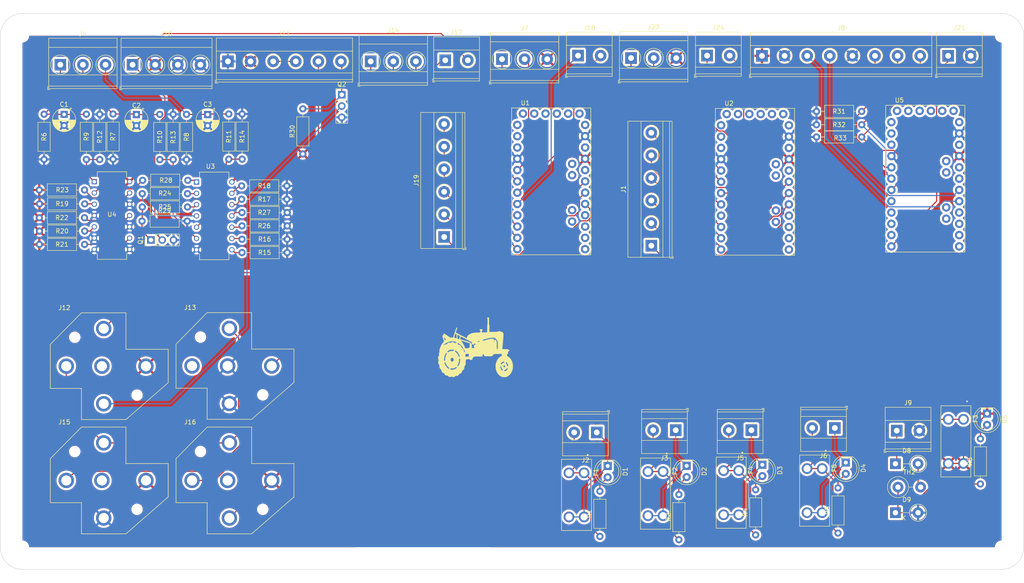
<source format=kicad_pcb>
(kicad_pcb (version 20221018) (generator pcbnew)
  (layers (0 "F.Cu" signal) (31 "B.Cu" signal) (34 "B.Paste" user) (35 "F.Paste" user) (36 "B.SilkS" user "B.Silkscreen") (37 "F.SilkS" user "F.Silkscreen") (38 "B.Mask" user) (39 "F.Mask" user) (44 "Edge.Cuts" user))
  (net 0 "")
  (net 1 "/Safety Circuit/Neutral")
  (net 2 "GND")
  (net 3 "/Safety Circuit/Brake")
  (net 4 "/Safety Circuit/Seat")
  (net 5 "Net-(D1-K)")
  (net 6 "Net-(D1-A)")
  (net 7 "Net-(D2-K)")
  (net 8 "Net-(D2-A)")
  (net 9 "Net-(D3-K)")
  (net 10 "Net-(D3-A)")
  (net 11 "Net-(D4-K)")
  (net 12 "Net-(D4-A)")
  (net 13 "+5V")
  (net 14 "Net-(D5-A)")
  (net 15 "Net-(D8-K)")
  (net 16 "Net-(D8-A)")
  (net 17 "Net-(D9-K)")
  (net 18 "Net-(J2-Pin_2)")
  (net 19 "Net-(J3-Pin_2)")
  (net 20 "Net-(J5-Pin_2)")
  (net 21 "Net-(J6-Pin_2)")
  (net 22 "Net-(J1-Pin_1)")
  (net 23 "Net-(J1-Pin_2)")
  (net 24 "Net-(J1-Pin_3)")
  (net 25 "Net-(J1-Pin_4)")
  (net 26 "Net-(J1-Pin_5)")
  (net 27 "Net-(J1-Pin_6)")
  (net 28 "Net-(J7-Pin_1)")
  (net 29 "Net-(J7-Pin_2)")
  (net 30 "Net-(J8-Pin_3)")
  (net 31 "Net-(J8-Pin_4)")
  (net 32 "Net-(J8-Pin_6)")
  (net 33 "Net-(J8-Pin_7)")
  (net 34 "Net-(J8-Pin_8)")
  (net 35 "Safety_Signal")
  (net 36 "+12V")
  (net 37 "Net-(J11-Pin_3)")
  (net 38 "Net-(J11-Pin_5)")
  (net 39 "/SafetyStart/Comp_Switch")
  (net 41 "Net-(Q2-D)")
  (net 42 "Net-(J12-Pad87)")
  (net 44 "Net-(J14-Pin_1)")
  (net 45 "Net-(J14-Pin_2)")
  (net 46 "Net-(J14-Pin_3)")
  (net 49 "Net-(J17-Pin_1)")
  (net 50 "Net-(J18-Pin_1)")
  (net 51 "Net-(J18-Pin_2)")
  (net 52 "Net-(J19-Pin_1)")
  (net 53 "Net-(J19-Pin_2)")
  (net 54 "Net-(J19-Pin_3)")
  (net 55 "Net-(J19-Pin_4)")
  (net 56 "Net-(J19-Pin_5)")
  (net 57 "Net-(J19-Pin_6)")
  (net 58 "Net-(J21-Pin_1)")
  (net 59 "Net-(J23-Pin_1)")
  (net 60 "Net-(J23-Pin_2)")
  (net 61 "Net-(J24-Pin_1)")
  (net 62 "Net-(J24-Pin_2)")
  (net 63 "Net-(Q1-G)")
  (net 64 "/Safety Circuit/Neutral_Output")
  (net 65 "/Safety Circuit/Brake_Output")
  (net 66 "/Safety Circuit/Seat_Output")
  (net 67 "Net-(U3-E)")
  (net 68 "Net-(U3-F)")
  (net 69 "Net-(U3-G)")
  (net 70 "Net-(U3-H)")
  (net 71 "Net-(U4-B)")
  (net 72 "Net-(U4-C)")
  (net 73 "Net-(U4-D)")
  (net 74 "Net-(U4-E)")
  (net 75 "Net-(U4-F)")
  (net 76 "Net-(U3-K=C.D)")
  (net 77 "Net-(U3-B)")
  (net 78 "Net-(U3-J=A.B)")
  (net 79 "Net-(U3-L=E.F)")
  (net 80 "Net-(U3-M=G.M)")
  (net 81 "Net-(U4-~{A})")
  (net 82 "/Safety Circuit/Neutral_Inverted")
  (net 98 "Net-(U1-GND-PadJP1_5)")
  (net 118 "Net-(U2-GND-PadJP1_5)")
  (net 142 "Net-(U5-GND-PadJP1_5)")
  (footprint "TerminalBlock_Phoenix:TerminalBlock_Phoenix_MKDS-3-3-5.08_1x03_P5.08mm_Horizontal" (layer "F.Cu") (at 36 29)
    (fp_text reference "J4")
    (fp_text value "Conn_01x03_Male")
  )
  (footprint "3568 (Fuse Holder):FUSE_3568" (layer "F.Cu") (at 205.5 124.7875 -90)
    (fp_text reference "F5")
    (fp_text value "3568")
  )
  (footprint "TerminalBlock_Phoenix:TerminalBlock_Phoenix_MKDS-1,5-2-5.08_1x02_P5.08mm_Horizontal" (layer "F.Cu") (at 174.295 111.195 180)
    (fp_text reference "J3")
    (fp_text value "Conn_01x02_Male")
  )
  (footprint "TerminalBlock_Phoenix:TerminalBlock_Phoenix_MKDS-1,5-2-5.08_1x02_P5.08mm_Horizontal" (layer "F.Cu") (at 122.5 28)
    (fp_text reference "J17")
    (fp_text value "Conn_01x02_Male")
  )
  (footprint "MountingHole:MountingHole_2.5mm" (layer "F.Cu") (at 247.5 137.5 -90)
    (fp_text reference "REF**")
    (fp_text value "MountingHole_2.5mm")
  )
  (footprint "VCF4-1000 (Relay Socket):TE_VCF4-1000" (layer "F.Cu") (at 45.75 122.5)
    (fp_text reference "J15")
    (fp_text value "VCF4-1000")
  )
  (footprint "Resistor_THT:R_Axial_DIN0207_L6.3mm_D2.5mm_P10.16mm_Horizontal" (layer "F.Cu") (at 64.36 40.17 -90)
    (fp_text reference "R8")
    (fp_text value "1k")
  )
  (footprint "Resistor_THT:R_Axial_DIN0207_L6.3mm_D2.5mm_P10.16mm_Horizontal" (layer "F.Cu") (at 76.83 68.25)
    (fp_text reference "R16")
    (fp_text value "10k")
  )
  (footprint "MountingHole:MountingHole_2.5mm" (layer "F.Cu") (at 247.5 22.5 -90)
    (fp_text reference "REF**")
    (fp_text value "MountingHole_2.5mm")
  )
  (footprint "Resistor_THT:R_Axial_DIN0207_L6.3mm_D2.5mm_P10.16mm_Horizontal" (layer "F.Cu") (at 31.28 63.42)
    (fp_text reference "R22")
    (fp_text value "1k")
  )
  (footprint "TerminalBlock_Phoenix:TerminalBlock_Phoenix_MKDS-1,5-2-5.08_1x02_P5.08mm_Horizontal" (layer "F.Cu") (at 181.335 26.95)
    (fp_text reference "J24")
    (fp_text value "Conn_01x02_Pin")
  )
  (footprint "Resistor_THT:R_Axial_DIN0207_L6.3mm_D2.5mm_P10.16mm_Horizontal" (layer "F.Cu") (at 54.36 64.17)
    (fp_text reference "R29")
    (fp_text value "100k")
  )
  (footprint "TerminalBlock_Phoenix:TerminalBlock_Phoenix_MKDS-1,5-2-5.08_1x02_P5.08mm_Horizontal" (layer "F.Cu") (at 235.5 27)
    (fp_text reference "J21")
    (fp_text value "Conn_01x02_Male")
  )
  (footprint "TerminalBlock_Phoenix:TerminalBlock_Phoenix_MKDS-3-4-5.08_1x04_P5.08mm_Horizontal" (layer "F.Cu") (at 52.25 29)
    (fp_text reference "J10")
    (fp_text value "Conn_01x04_Male")
  )
  (footprint "VCF4-1000 (Relay Socket):TE_VCF4-1000" (layer "F.Cu") (at 74 122.5)
    (fp_text reference "J16")
    (fp_text value "VCF4-1000")
  )
  (footprint "Resistor_THT:R_Axial_DIN0207_L6.3mm_D2.5mm_P10.16mm_Horizontal" (layer "F.Cu") (at 54.5 55)
    (fp_text reference "R28")
    (fp_text value "1k")
  )
  (footprint "MountingHole:MountingHole_2.5mm" (layer "F.Cu") (at 27.5 22.5 -90)
    (fp_text reference "REF**")
    (fp_text value "MountingHole_2.5mm")
  )
  (footprint "TerminalBlock_Phoenix:TerminalBlock_Phoenix_MKDS-1,5-2-5.08_1x02_P5.08mm_Horizontal" (layer "F.Cu") (at 156.545 111.695 180)
    (fp_text reference "J2")
    (fp_text value "Conn_01x02_Male")
  )
  (footprint "Tractor Graphic:Tractor" (layer "F.Cu") (at 130 92.5)
    (fp_text reference "G***" hide)
    (fp_text value "LOGO" hide)
  )
  (footprint "TerminalBlock_Phoenix:TerminalBlock_Phoenix_MKDS-1,5-6-5.08_1x06_P5.08mm_Horizontal" (layer "F.Cu") (at 122.25 67.74 90)
    (fp_text reference "J19")
    (fp_text value "Conn_01x06_Pin")
  )
  (footprint "Capacitor_THT:CP_Radial_D5.0mm_P2.50mm" (layer "F.Cu") (at 36.86 40.17 -90)
    (fp_text reference "C1")
    (fp_text value "0.1µF")
  )
  (footprint "3568 (Fuse Holder):FUSE_3568" (layer "F.Cu") (at 152 125.75 -90)
    (fp_text reference "F1")
    (fp_text value "3568")
  )
  (footprint "3568 (Fuse Holder):FUSE_3568" (layer "F.Cu") (at 169.75 125.4625 -90)
    (fp_text reference "F2")
    (fp_text value "3568")
  )
  (footprint "TerminalBlock_Phoenix:TerminalBlock_Phoenix_MKDS-1,5-6-5.08_1x06_P5.08mm_Horizontal" (layer "F.Cu") (at 168.805 69.7 90)
    (fp_text reference "J1")
    (fp_text value "Conn_01x06_Pin")
  )
  (footprint "TerminalBlock_Phoenix:TerminalBlock_Phoenix_MKDS-1,5-8-5.08_1x08_P5.08mm_Horizontal" (layer "F.Cu") (at 193.67 27)
    (fp_text reference "J8")
    (fp_text value "Conn_01x08_Male")
  )
  (footprint "ARDUINO_PRO_MINI:MODULE_ARDUINO_PRO_MINI" (layer "F.Cu") (at 230.37 54.62)
    (fp_text reference "U5")
    (fp_text value "ARDUINO_PRO_MINI")
  )
  (footprint "Resistor_THT:R_Axial_DIN0207_L6.3mm_D2.5mm_P10.16mm_Horizontal" (layer "F.Cu") (at 61.36 50.32 90)
    (fp_text reference "R13")
    (fp_text value "10k")
  )
  (footprint "Resistor_THT:R_Axial_DIN0207_L6.3mm_D2.5mm_P10.16mm_Horizontal" (layer "F.Cu") (at 76.83 71.25)
    (fp_text reference "R15")
    (fp_text value "10k")
  )
  (footprint "Resistor_THT:R_Axial_DIN0207_L6.3mm_D2.5mm_P10.16mm_Horizontal" (layer "F.Cu") (at 47.86 40.09 -90)
    (fp_text reference "R7")
    (fp_text value "1k")
  )
  (footprint "TerminalBlock_Phoenix:TerminalBlock_Phoenix_MKDS-1,5-2-5.08_1x02_P5.08mm_Horizontal" (layer "F.Cu") (at 210.045 110.695 180)
    (fp_text reference "J6")
    (fp_text value "Conn_01x02_Male")
  )
  (footprint "Resistor_THT:R_Axial_DIN0207_L6.3mm_D2.5mm_P10.16mm_Horizontal" (layer "F.Cu") (at 157.25 135.08 90)
    (fp_text reference "R1")
    (fp_text value "1k")
  )
  (footprint "Resistor_THT:R_Axial_DIN0207_L6.3mm_D2.5mm_P10.16mm_Horizontal" (layer "F.Cu") (at 41.44 57.17 180)
    (fp_text reference "R23")
    (fp_text value "1k")
  )
  (footprint "Resistor_THT:R_Axial_DIN0207_L6.3mm_D2.5mm_P10.16mm_Horizontal" (layer "F.Cu") (at 86.99 62.25 180)
    (fp_text reference "R27")
    (fp_text value "10k")
  )
  (footprint "Resistor_THT:R_Axial_DIN0207_L6.3mm_D2.5mm_P10.16mm_Horizontal" (layer "F.Cu") (at 192.25 134.75 90)
    (fp_text reference "R4")
    (fp_text value "1k")
  )
  (footprint "3568 (Fuse Holder):FUSE_3568" (layer "F.Cu") (at 237.25 113.7125 -90)
    (fp_text reference "F3")
    (fp_text value "3568")
  )
  (footprint "Resistor_THT:R_Axial_DIN0414_L11.9mm_D4.5mm_P5.08mm_Vertical" (layer "F.Cu") (at 224.235 124)
    (fp_text reference "TH2")
    (fp_text value "Thermistor")
  )
  (footprint "Resistor_THT:R_Axial_DIN0207_L6.3mm_D2.5mm_P10.16mm_Horizontal" (layer "F.Cu") (at 41.49 60.3 180)
    (fp_text reference "R19")
    (fp_text value "1k")
  )
  (footprint "CD4081BE (AND):DIP794W45P254L1969H508Q14" (layer "F.Cu") (at 70.58 63)
    (fp_text reference "U3")
    (fp_text value "CD4081BE")
  )
  (footprint "Resistor_THT:R_Axial_DIN0207_L6.3mm_D2.5mm_P10.16mm_Horizontal" (layer "F.Cu") (at 41.86 50.294888 90)
    (fp_text reference "R9")
    (fp_text value "1k")
  )
  (footprint "ARDUINO_PRO_MINI:MODULE_ARDUINO_PRO_MINI" (layer "F.Cu") (at 192.1 55.33)
    (fp_text reference "U2")
    (fp_text value "ARDUINO_PRO_MINI")
  )
  (footprint "TerminalBlock_Phoenix:TerminalBlock_Phoenix_MKDS-3-3-5.08_1x03_P5.08mm_Horizontal" (layer "F.Cu") (at 164.25 27.5)
    (fp_text reference "J23")
    (fp_text value "Conn_01x03_Pin")
  )
  (footprint "Resistor_THT:R_Axial_DIN0207_L6.3mm_D2.5mm_P10.16mm_Horizontal" (layer "F.Cu") (at 31.33 66.42)
    (fp_text reference "R20")
    (fp_text value "1k")
  )
  (footprint "Resistor_THT:R_Axial_DIN0207_L6.3mm_D2.5mm_P10.16mm_Horizontal" (layer "F.Cu") (at 76.75 56.25)
    (fp_text reference "R18")
    (fp_text value "10k")
  )
  (footprint "Resistor_THT:R_Axial_DIN0207_L6.3mm_D2.5mm_P10.16mm_Horizontal" (layer "F.Cu") (at 175 135.83 90)
    (fp_text reference "R2")
    (fp_text value "1k")
  )
  (footprint "LED_THT:LED_D5.0mm" (layer "F.Cu") (at 176.75 119.21 -90)
    (fp_text reference "D2")
    (fp_text value "LED")
  )
  (footprint "VCF4-1000 (Relay Socket):TE_VCF4-1000" (layer "F.Cu") (at 74 96.75)
    (fp_text reference "J13")
    (fp_text value "VCF4-1000")
  )
  (footprint "LED_THT:LED_D5.0mm" (layer "F.Cu") (at 193.75 118.975 -90)
    (fp_text reference "D3")
    (fp_text value "LED")
  )
  (footprint "LED_THT:LED_D5.0mm" (layer "F.Cu") (at 244.25 107.4625 -90)
    (fp_text reference "D5")
    (fp_text value "LED")
  )
  (footprint "LED_THT:LED_D5.0mm" (layer "F.Cu") (at 159 119.25 -90)
    (fp_text reference "D1")
    (fp_text value "LED")
  )
  (footprint "TerminalBlock_Phoenix:TerminalBlock_Phoenix_MKDS-1,5-6-5.08_1x06_P5.08mm_Horizontal" (layer "F.Cu") (at 73.67 28.25)
    (fp_text reference "J11")
    (fp_text value "Conn_01x06_Male")
  )
  (footprint "Resistor_THT:R_Axial_DIN0207_L6.3mm_D2.5mm_P10.16mm_Horizontal" (layer "F.Cu") (at 54.42 58)
    (fp_text reference "R24")
    (fp_text value "1k")
  )
  (footprint "Resistor_THT:R_Axial_DIN0207_L6.3mm_D2.5mm_P10.16mm_Horizontal" (layer "F.Cu") (at 90.5 49.08 90)
    (fp_text reference "R30")
    (fp_text value "4.7k")
  )
  (footprint "Diode_THT:D_DO-15_P5.08mm_Vertical_KathodeUp" (layer "F.Cu") (at 223.66 129.75)
    (fp_text reference "D9")
    (fp_text value "D_Zener")
  )
  (footprint "Resistor_THT:R_Axial_DIN0207_L6.3mm_D2.5mm_P10.16mm_Horizontal" (layer "F.Cu") (at 44.86 50.32 90)
    (fp_text reference "R12")
    (fp_text value "10k")
  )
  (footprint "Capacitor_THT:CP_Radial_D5.0mm_P2.50mm" (layer "F.Cu") (at 69.11 40.214888 -90)
    (fp_text reference "C3")
    (fp_text value "0.1µF")
  )
  (footprint "VCF4-1000 (Relay Socket):TE_VCF4-1000" (layer "F.Cu") (at 45.75 96.8)
    (fp_text reference "J12")
    (fp_text value "VCF4-1000")
  )
  (footprint "Resistor_THT:R_Axial_DIN0207_L6.3mm_D2.5mm_P10.16mm_Horizontal" (layer "F.Cu") (at 216.08 42.5 180)
    (fp_text reference "R32")
    (fp_text value "10k")
  )
  (footprint "TerminalBlock_Phoenix:TerminalBlock_Phoenix_MKDS-3-3-5.08_1x03_P5.08mm_Horizontal" (layer "F.Cu") (at 135.25 27.75)
    (fp_text reference "J7")
    (fp_text value "Conn_01x03_Pin")
  )
  (footprint "3568 (Fuse Holder):FUSE_3568" (layer "F.Cu") (at 186.75 125.25 -90)
    (fp_text reference "F4")
    (fp_text value "3568")
  )
  (footprint "Resistor_THT:R_Axial_DIN0207_L6.3mm_D2.5mm_P10.16mm_Horizontal" (layer "F.Cu") (at 32.36 40.134888 -90)
    (fp_text reference "R6")
    (fp_text value "1k")
  )
  (footprint "Resistor_THT:R_Axial_DIN0207_L6.3mm_D2.5mm_P10.16mm_Horizontal" (layer "F.Cu") (at 64.58 61 180)
    (fp_text reference "R25")
    (fp_text value "330")
  )
  (footprint "CD4069UBE (Inverter):DIP794W45P254L1969H508Q14" (layer "F.Cu") (at 47.61 62.92)
    (fp_text reference "U4")
    (fp_text value "CD4069UBE")
  )
  (footprint "Resistor_THT:R_Axial_DIN0207_L6.3mm_D2.5mm_P10.16mm_Horizontal" (layer "F.Cu") (at 242.75 123.2925 90)
    (fp_text reference "R3")
    (fp_text value "1k")
  )
  (footprint "Capacitor_THT:CP_Radial_D5.0mm_P2.50mm" (layer "F.Cu") (at 53.11 40.214888 -90)
    (fp_text reference "C2")
    (fp_text value "0.1µF")
  )
  (footprint "Resistor_THT:R_Axial_DIN0207_L6.3mm_D2.5mm_P10.16mm_Horizontal" (layer "F.Cu") (at 86.99 65.25 180)
    (fp_text reference "R26")
    (fp_text value "10k")
  )
  (footprint "ARDUINO_PRO_MINI:MODULE_ARDUINO_PRO_MINI" (layer "F.Cu") (at 146.31 55.24)
    (fp_text reference "U1")
    (fp_text value "ARDUINO_PRO_MINI")
  )
  (footprint "Resistor_THT:R_Axial_DIN0207_L6.3mm_D2.5mm_P10.16mm_Horizontal" (layer "F.Cu") (at 210.75 134.33 90)
    (fp_text reference "R5")
    (fp_text value "1k")
  )
  (footprint "Connector_PinHeader_2.54mm:PinHeader_1x03_P2.54mm_Vertical" (layer "F.Cu") (at 56.36 68.42 90)
    (fp_text reference "Q1")
    (fp_text value "Q_NMOS_GDS")
  )
  (footprint "Resistor_THT:R_Axial_DIN0207_L6.3mm_D2.5mm_P10.16mm_Horizontal" (layer "F.Cu") (at 76.86 50.24 90)
    (fp_text reference "R14")
    (fp_text value "10k")
  )
  (footprint "Resistor_THT:R_Axial_DIN0207_L6.3mm_D2.5mm_P10.16mm_Horizontal" (layer "F.Cu") (at 216.08 39.5 180)
    (fp_text reference "R31")
    (fp_text value "10k")
  )
  (footprint "Resistor_THT:R_Axial_DIN0207_L6.3mm_D2.5mm_P10.16mm_Horizontal" (layer "F.Cu") (at 73.86 50.25 90)
    (fp_text reference "R11")
    (fp_text value "1k")
  )
  (footprint "TerminalBlock_Phoenix:TerminalBlock_Phoenix_MKDS-1,5-2-5.08_1x02_P5.08mm_Horizontal" (layer "F.Cu") (at 223.955 111.305)
    (fp_text reference "J9")
    (fp_text value "Conn_01x02_Male")
  )
  (footprint "Resistor_THT:R_Axial_DIN0207_L6.3mm_D2.5mm_P10.16mm_Horizontal" (layer "F.Cu") (at 76.75 59.25)
    (fp_text reference "R17")
    (fp_text value "10k")
  )
  (footprint "Connector_PinHeader_2.54mm:PinHeader_1x03_P2.54mm_Vertical" (layer "F.Cu") (at 99.25 35.75)
    (fp_text reference "Q2")
    (fp_text value "Q_NMOS_GDS")
  )
  (footprint "Diode_THT:D_DO-15_P5.08mm_Vertical_KathodeUp" (layer "F.Cu") (at 223.66 118.75)
    (fp_text reference "D8")
    (fp_text value "DIODE")
  )
  (footprint "LED_THT:LED_D5.0mm" (layer "F.Cu") (at 212.5 118.475 -90)
    (fp_text reference "D4")
    (fp_text value "LED")
  )
  (footprint "TerminalBlock_Phoenix:TerminalBlock_Phoenix_MKDS-1,5-2-5.08_1x02_P5.08mm_Horizontal" (layer "F.Cu") (at 152.335 26.95)
    (fp_text reference "J18")
    (fp_text value "Conn_01x02_Pin")
  )
  (footprint "Resistor_THT:R_Axial_DIN0207_L6.3mm_D2.5mm_P10.16mm_Horizontal" (layer "F.Cu") (at 216.08 45.25 180)
    (fp_text reference "R33")
    (fp_text value "10k")
  )
  (footprint "TerminalBlock_Phoenix:TerminalBlock_Phoenix_MKDS-1,5-2-5.08_1x02_P5.08mm_Horizontal" (layer "F.Cu") (at 191.295 111.195 180)
    (fp_text reference "J5")
    (fp_text value "Conn_01x02_Male")
  )
  (footprint "MountingHole:MountingHole_2.5mm" (layer "F.Cu") (at 27.5 137.5 -90)
    (fp_text reference "REF**")
    (fp_text value "MountingHole_2.5mm")
  )
  (footprint "TerminalBlock_Phoenix:TerminalBlock_Phoenix_MKDS-3-3-5.08_1x03_P5.08mm_Horizontal" (layer "F.Cu") (at 105.75 28.25)
    (fp_text reference "J14")
    (fp_text value "Conn_01x03_Male")
  )
  (footprint "Resistor_THT:R_Axial_DIN0207_L6.3mm_D2.5mm_P10.16mm_Horizontal" (layer "F.Cu") (at 58.36 50.33 90)
    (fp_text reference "R10")
    (fp_text value "1k")
  )
  (footprint "Resistor_THT:R_Axial_DIN0207_L6.3mm_D2.5mm_P10.16mm_Horizontal" (layer "F.Cu") (at 41.46 69.42 180)
    (fp_text reference "R21")
    (fp_text value "1k")
  )
  (gr_line (start 22.5 137.5) (end 22.5 22.5) (stroke (width 0.1)) (layer "Edge.Cuts"))
  (gr_arc (start 247.5 17.5) (mid 251.035534 18.964466) (end 252.5 22.5) (stroke (width 0.1)) (layer "Edge.Cuts"))
  (gr_arc (start 252.5 137.5) (mid 251.035534 141.035534) (end 247.5 142.5) (stroke (width 0.1)) (layer "Edge.Cuts"))
  (gr_line (start 252.5 22.5) (end 252.5 137.5) (stroke (width 0.1)) (layer "Edge.Cuts"))
  (gr_line (start 27.5 17.5) (end 247.5 17.5) (stroke (width 0.1)) (layer "Edge.Cuts"))
  (gr_arc (start 27.5 142.5) (mid 23.964466 141.035534) (end 22.5 137.5) (stroke (width 0.1)) (layer "Edge.Cuts"))
  (gr_line (start 247.5 142.5) (end 27.5 142.5) (stroke (width 0.1)) (layer "Edge.Cuts"))
  (gr_arc (start 22.5 22.5) (mid 23.964466 18.964466) (end 27.5 17.5) (stroke (width 0.1)) (layer "Edge.Cuts"))
  (segment (start 36 29) (end 36 36.494888) (width 0.25) (layer "F.Cu") (net 1))
  (segment (start 32.36 40.134888) (end 36.824888 40.134888) (width 0.25) (layer "F.Cu") (net 1))
  (segment (start 36.824888 40.134888) (end 36.86 40.17) (width 0.25) (layer "F.Cu") (net 1))
  (segment (start 36 36.494888) (end 32.36 40.134888) (width 0.25) (layer "F.Cu") (net 1))
  (segment (start 36.86 40.17) (end 41.824888 40.17) (width 0.25) (layer "F.Cu") (net 1))
  (segment (start 41.824888 40.17) (end 41.86 40.134888) (width 0.25) (layer "F.Cu") (net 1))
  (segment (start 58.315112 40.214888) (end 58.36 40.17) (width 0.25) (layer "F.Cu") (net 3))
  (segment (start 41.08 29) (end 41.08 33.31) (width 0.25) (layer "F.Cu") (net 3))
  (segment (start 52.985112 40.09) (end 53.11 40.214888) (width 0.25) (layer "F.Cu") (net 3))
  (segment (start 47.86 40.09) (end 52.985112 40.09) (width 0.25) (layer "F.Cu") (net 3))
  (segment (start 41.08 33.31) (end 47.86 40.09) (width 0.25) (layer "F.Cu") (net 3))
  (segment (start 53.11 40.214888) (end 58.315112 40.214888) (width 0.25) (layer "F.Cu") (net 3))
  (segment (start 69.234888 40.09) (end 69.11 40.214888) (width 0.25) (layer "F.Cu") (net 4))
  (segment (start 73.86 40.09) (end 69.234888 40.09) (width 0.25) (layer "F.Cu") (net 4))
  (segment (start 69.065112 40.17) (end 69.11 40.214888) (width 0.25) (layer "F.Cu") (net 4))
  (segment (start 64.36 40.17) (end 69.065112 40.17) (width 0.25) (layer "F.Cu") (net 4))
  (segment (start 46.16 29) (end 46.16 32.41) (width 0.25) (layer "B.Cu") (net 4))
  (segment (start 46.16 32.41) (end 50.25 36.5) (width 0.25) (layer "B.Cu") (net 4))
  (segment (start 60.69 36.5) (end 64.36 40.17) (width 0.25) (layer "B.Cu") (net 4))
  (segment (start 50.25 36.5) (end 60.69 36.5) (width 0.25) (layer "B.Cu") (net 4))
  (segment (start 159 114.15) (end 156.545 111.695) (width 0.25) (layer "B.Cu") (net 5))
  (segment (start 150.3 130.71) (end 153.7 130.71) (width 0.25) (layer "B.Cu") (net 5))
  (segment (start 159 119.25) (end 159 114.15) (width 0.25) (layer "B.Cu") (net 5))
  (segment (start 153.7 124.55) (end 159 119.25) (width 0.25) (layer "B.Cu") (net 5))
  (segment (start 153.7 130.71) (end 153.7 124.55) (width 0.25) (layer "B.Cu") (net 5))
  (segment (start 157.25 123.54) (end 159 121.79) (width 0.25) (layer "F.Cu") (net 6))
  (segment (start 157.25 124.92) (end 157.25 123.54) (width 0.25) (layer "F.Cu") (net 6))
  (segment (start 171.45 124.51) (end 176.75 119.21) (width 0.25) (layer "B.Cu") (net 7))
  (segment (start 174.295 116.755) (end 176.75 119.21) (width 0.25) (layer "B.Cu") (net 7))
  (segment (start 174.295 111.195) (end 174.295 116.755) (width 0.25) (layer "B.Cu") (net 7))
  (segment (start 171.45 130.4225) (end 171.45 124.51) (width 0.25) (layer "B.Cu") (net 7))
  (segment (start 171.45 130.4225) (end 168.05 130.4225) (width 0.25) (layer "B.Cu") (net 7))
  (segment (start 175 123.5) (end 175 125.67) (width 0.25) (layer "F.Cu") (net 8))
  (segment (start 176.75 121.75) (end 175 123.5) (width 0.25) (layer "F.Cu") (net 8))
  (segment (start 191.295 116.52) (end 193.75 118.975) (width 0.25) (layer "B.Cu") (net 9))
  (segment (start 191.295 111.195) (end 191.295 116.52) (width 0.25) (layer "B.Cu") (net 9))
  (segment (start 188.45 130.21) (end 189.975 128.685) (width 0.25) (layer "B.Cu") (net 9))
  (segment (start 188.45 130.21) (end 185.05 130.21) (width 0.25) (layer "B.Cu") (net 9))
  (segment (start 189.975 122.75) (end 193.75 118.975) (width 0.25) (layer "B.Cu") (net 9))
  (segment (start 189.975 128.685) (end 189.975 122.75) (width 0.25) (layer "B.Cu") (net 9))
  (segment (start 192.25 123.015) (end 192.25 124.59) (width 0.25) (layer "F.Cu") (net 10))
  (segment (start 193.75 121.515) (end 192.25 123.015) (width 0.25) (layer "F.Cu") (net 10))
  (segment (start 210.045 116.02) (end 212.5 118.475) (width 0.25) (layer "B.Cu") (net 11))
  (segment (start 203.8 129.7475) (end 207.2 129.7475) (width 0.25) (layer "B.Cu") (net 11))
  (segment (start 207.2 123.775) (end 212.5 118.475) (width 0.25) (layer "B.Cu") (net 11))
  (segment (start 207.2 129.7475) (end 207.2 123.775) (width 0.25) (layer "B.Cu") (net 11))
  (segment (start 210.045 110.695) (end 210.045 116.02) (width 0.25) (layer "B.Cu") (net 11))
  (segment (start 210.75 122.765) (end 210.75 124.17) (width 0.25) (layer "F.Cu") (net 12))
  (segment (start 212.5 121.015) (end 210.75 122.765) (width 0.25) (layer "F.Cu") (net 12))
  (segment (start 238.95 112.7625) (end 244.25 107.4625) (width 0.25) (layer "F.Cu") (net 13))
  (segment (start 235.55 118.6725) (end 238.95 118.6725) (width 0.25) (layer "F.Cu") (net 13))
  (segment (start 238.95 118.6725) (end 238.95 112.7625) (width 0.25) (layer "F.Cu") (net 13))
  (segment (start 242.75 113.1325) (end 242.75 111.5025) (width 0.25) (layer "F.Cu") (net 14))
  (segment (start 242.75 111.5025) (end 244.25 110.0025) (width 0.25) (layer "F.Cu") (net 14))
  (segment (start 223.955 111.305) (end 223.955 118.455) (width 0.25) (layer "F.Cu") (net 15))
  (segment (start 223.955 118.455) (end 223.66 118.75) (width 0.25) (layer "F.Cu") (net 15))
  (segment (start 228.74 118.75) (end 228.74 123.425) (width 0.25) (layer "F.Cu") (net 16))
  (segment (start 228.74 123.425) (end 229.315 124) (width 0.25) (layer "F.Cu") (net 16))
  (segment (start 232.75 110) (end 233.9975 108.7525) (width 0.25) (layer "F.Cu") (net 17))
  (segment (start 233.9975 108.7525) (end 235.55 108.7525) (width 0.25) (layer "F.Cu") (net 17))
  (segment (start 224.235 124) (end 224.235 129.175) (width 0.25) (layer "F.Cu") (net 17))
  (segment (start 232.177366 123.2925) (end 231.359933 124.109933) (width 0.25) (layer "F.Cu") (net 17))
  (segment (start 225.719865 129.75) (end 231.359933 124.109933) (width 0.25) (layer "F.Cu") (net 17))
  (segment (start 235.55 108.7525) (end 238.95 108.7525) (width 0.25) (layer "F.Cu") (net 17))
  (segment (start 223.66 129.75) (end 225.719865 129.75) (width 0.25) (layer "F.Cu") (net 17))
  (segment (start 242.75 123.2925) (end 232.177366 123.2925) (width 0.25) (layer "F.Cu") (net 17))
  (segment (start 224.235 129.175) (end 223.66 129.75) (width 0.25) (layer "F.Cu") (net 17))
  (segment (start 232.75 122.719865) (end 232.75 110) (width 0.25) (layer "F.Cu") (net 17))
  (segment (start 231.359933 124.109933) (end 232.75 122.719865) (width 0.25) (layer "F.Cu") (net 17))
  (segment (start 151.465 119.625) (end 150.3 120.79) (width 0.25) (layer "F.Cu") (net 18))
  (segment (start 153.7 120.79) (end 155.225 122.315) (width 0.25) (layer "F.Cu") (net 18))
  (segment (start 155.225 122.315) (end 155.225 133.055) (width 0.25) (layer "F.Cu") (net 18))
  (segment (start 155.225 133.055) (end 157.25 135.08) (width 0.25) (layer "F.Cu") (net 18))
  (segment (start 150.3 120.79) (end 153.7 120.79) (width 0.25) (layer "F.Cu") (net 18))
  (segment (start 151.465 111.695) (end 151.465 119.625) (width 0.25) (layer "F.Cu") (net 18))
  (segment (start 171.45 120.5025) (end 168.05 120.5025) (width 0.25) (layer "F.Cu") (net 19))
  (segment (start 169.215 119.3375) (end 168.05 120.5025) (width 0.25) (layer "F.Cu") (net 19))
  (segment (start 171.45 120.5025) (end 172.975 122.0275) (width 0.25) (layer "F.Cu") (net 19))
  (segment (start 169.215 111.195) (end 169.215 119.3375) (width 0.25) (layer "F.Cu") (net 19))
  (segment (start 172.975 133.805) (end 175 135.83) (width 0.25) (layer "F.Cu") (net 19))
  (segment (start 172.975 122.0275) (end 172.975 133.805) (width 0.25) (layer "F.Cu") (net 19))
  (segment (start 186.215 111.195) (end 186.215 119.125) (width 0.25) (layer "F.Cu") (net 20))
  (segment (start 186.215 119.125) (end 185.05 120.29) (width 0.25) (layer "F.Cu") (net 20))
  (segment (start 192.25 134.75) (end 191.125 133.625) (width 0.25) (layer "F.Cu") (net 20))
  (segment (start 191.125 122.965) (end 188.45 120.29) (width 0.25) (layer "F.Cu") (net 20))
  (segment (start 191.125 133.625) (end 191.125 122.965) (width 0.25) (layer "F.Cu") (net 20))
  (segment (start 188.45 120.29) (end 185.05 120.29) (width 0.25) (layer "F.Cu") (net 20))
  (segment (start 210.75 134.33) (end 209.625 133.205) (width 0.25) (layer "F.Cu") (net 21))
  (segment (start 209.625 122.2525) (end 207.2 119.8275) (width 0.25) (layer "F.Cu") (net 21))
  (segment (start 204.965 118.6625) (end 203.8 119.8275) (width 0.25) (layer "F.Cu") (net 21))
  (segment (start 209.625 133.205) (end 209.625 122.2525) (width 0.25) (layer "F.Cu") (net 21))
  (segment (start 204.965 110.695) (end 204.965 118.6625) (width 0.25) (layer "F.Cu") (net 21))
  (segment (start 207.2 119.8275) (end 203.8 119.8275) (width 0.25) (layer "F.Cu") (net 21))
  (segment (start 190.203226 72.729652) (end 198.0638 64.869078) (width 0.25) (layer "F.Cu") (net 22))
  (segment (start 171.834652 72.729652) (end 190.203226 72.729652) (width 0.25) (layer "F.Cu") (net 22))
  (segment (start 198.0638 64.869078) (end 198.0638 62.965474) (width 0.25) (layer "F.Cu") (net 22))
  (segment (start 198.5138 61.6162) (end 199.72 60.41) (width 0.25) (layer "F.Cu") (net 22))
  (segment (start 198.5138 62.515474) (end 198.5138 61.6162) (width 0.25) (layer "F.Cu") (net 22))
  (segment (start 198.0638 62.965474) (end 198.5138 62.515474) (width 0.25) (layer "F.Cu") (net 22))
  (segment (start 168.805 69.7) (end 171.834652 72.729652) (width 0.25) (layer "F.Cu") (net 22))
  (segment (start 187.058774 72.279652) (end 196.271774 63.066652) (width 0.25) (layer "F.Cu") (net 23))
  (segment (start 176.464652 72.279652) (end 187.058774 72.279652) (width 0.25) (layer "F.Cu") (net 23))
  (segment (start 168.805 64.62) (end 176.464652 72.279652) (width 0.25) (layer "F.Cu") (net 23))
  (segment (start 197.326226 63.066652) (end 198.0638 62.329078) (width 0.25) (layer "F.Cu") (net 23))
  (segment (start 198.0638 62.329078) (end 198.0638 59.5262) (width 0.25) (layer "F.Cu") (net 23))
  (segment (start 198.0638 59.5262) (end 199.72 57.87) (width 0.25) (layer "F.Cu") (net 23))
  (segment (start 196.271774 63.066652) (end 197.326226 63.066652) (width 0.25) (layer "F.Cu") (net 23))
  (segment (start 195.75 61.086878) (end 195.75 59.3) (width 0.25) (layer "F.Cu") (net 24))
  (segment (start 168.805 59.54) (end 181.094652 71.829652) (width 0.25) (layer "F.Cu") (net 24))
  (segment (start 185.007226 71.829652) (end 195.75 61.086878) (width 0.25) (layer "F.Cu") (net 24))
  (segment (start 195.75 59.3) (end 199.72 55.33) (width 0.25) (layer "F.Cu") (net 24))
  (segment (start 181.094652 71.829652) (end 185.007226 71.829652) (width 0.25) (layer "F.Cu") (net 24))
  (segment (start 168.805 54.46) (end 184.48 70.135) (width 0.25) (layer "F.Cu") (net 25))
  (segment (start 184.48 70.135) (end 184.48 70.57) (width 0.25) (layer "F.Cu") (net 25))
  (segment (start 168.805 49.38) (end 168.805 52.168898) (width 0.25) (layer "F.Cu") (net 26))
  (segment (start 168.805 52.168898) (end 184.48 67.843898) (width 0.25) (layer "F.Cu") (net 26))
  (segment (start 184.48 67.843898) (end 184.48 68.03) (width 0.25) (layer "F.Cu") (net 26))
  (segment (start 170.43 51.44) (end 184.48 65.49) (width 0.25) (layer "F.Cu") (net 27))
  (segment (start 170.43 45.925) (end 170.43 51.44) (width 0.25) (layer "F.Cu") (net 27))
  (segment (start 168.805 44.3) (end 170.43 45.925) (width 0.25) (layer "F.Cu") (net 27))
  (segment (start 135.25 51.8) (end 138.69 55.24) (width 0.25) (layer "F.Cu") (net 28))
  (segment (start 135.25 27.75) (end 135.25 51.8) (width 0.25) (layer "F.Cu") (net 28))
  (segment (start 141.2248 28.6448) (end 141.2248 50.1652) (width 0.25) (layer "F.Cu") (net 29))
  (segment (start 141.2248 50.1652) (end 138.69 52.7) (width 0.25) (layer "F.Cu") (net 29))
  (segment (start 140.33 27.75) (end 141.2248 28.6448) (width 0.25) (layer "F.Cu") (net 29))
  (segment (start 233.290348 60.959652) (end 234.55 59.7) (width 0.25) (layer "B.Cu") (net 30))
  (segment (start 203.83 27) (end 207.045 30.215) (width 0.25) (layer "B.Cu") (net 30))
  (segment (start 222.222774 60.959652) (end 233.290348 60.959652) (width 0.25) (layer "B.Cu") (net 30))
  (segment (start 207.045 30.215) (end 207.045 45.781878) (width 0.25) (layer "B.Cu") (net 30))
  (segment (start 207.045 45.781878) (end 222.222774 60.959652) (width 0.25) (layer "B.Cu") (net 30))
  (segment (start 234.55 59.7) (end 237.99 59.7) (width 0.25) (layer "B.Cu") (net 30))
  (segment (start 208.91 27) (end 208.91 45.106878) (width 0.25) (layer "B.Cu") (net 31))
  (segment (start 208.91 45.106878) (end 222.222774 58.419652) (width 0.25) (layer "B.Cu") (net 31))
  (segment (start 222.222774 58.419652) (end 236.730348 58.419652) (width 0.25) (layer "B.Cu") (net 31))
  (segment (start 236.730348 58.419652) (end 237.99 57.16) (width 0.25) (layer "B.Cu") (net 31))
  (segment (start 214.955 45.708878) (end 221.326122 52.08) (width 0.25) (layer "F.Cu") (net 32))
  (segment (start 214.955 40.625) (end 214.955 45.708878) (width 0.25) (layer "F.Cu") (net 32))
  (segment (start 219.07 36.51) (end 216.08 39.5) (width 0.25) (layer "F.Cu") (net 32))
  (segment (start 219.07 27) (end 219.07 36.51) (width 0.25) (layer "F.Cu") (net 32))
  (segment (start 221.326122 52.08) (end 222.75 52.08) (width 0.25) (layer "F.Cu") (net 32))
  (segment (start 216.08 39.5) (end 214.955 40.625) (width 0.25) (layer "F.Cu") (net 32))
  (segment (start 224.15 27) (end 224.15 34.43) (width 0.25) (layer "F.Cu") (net 33))
  (segment (start 224.15 34.43) (end 216.08 42.5) (width 0.25) (layer "F.Cu") (net 33))
  (segment (start 221.4852 53.3552) (end 222.75 54.62) (width 0.25) (layer "B.Cu") (net 33))
  (segment (start 221.4852 47.9052) (end 221.4852 53.3552) (width 0.25) (layer "B.Cu") (net 33))
  (segment (start 216.08 42.5) (end 221.4852 47.9052) (width 0.25) (layer "B.Cu") (net 33))
  (segment (start 223.25653 48.259652) (end 224.25 49.253122) (width 0.25) (layer "F.Cu") (net 34))
  (segment (start 216.08 45.25) (end 219.089652 48.259652) (width 0.25) (layer "F.Cu") (net 34))
  (segment (start 229.23 27) (end 229.23 32.1) (width 0.25) (layer "F.Cu") (net 34))
  (segment (start 229.23 32.1) (end 216.08 45.25) (width 0.25) (layer "F.Cu") (net 34))
  (segment (start 224.25 49.253122) (end 224.25 55.66) (width 0.25) (layer "F.Cu") (net 34))
  (segment (start 224.25 55.66) (end 222.75 57.16) (width 0.25) (layer "F.Cu") (net 34))
  (segment (start 219.089652 48.259652) (end 223.25653 48.259652) (width 0.25) (layer "F.Cu") (net 34))
  (segment (start 127.58 28) (end 121.58 22) (width 0.25) (layer "F.Cu") (net 35))
  (segment (start 59.25 22) (end 52.25 29) (width 0.25) (layer "F.Cu") (net 35))
  (segment (start 59.5 36.25) (end 52.25 29) (width 0.25) (layer "F.Cu") (net 35))
  (segment (start 57.235 42.878878) (end 59.5 40.613878) (width 0.25) (layer "F.Cu") (net 35))
  (segment (start 121.58 22) (end 59.25 22) (width 0.25) (layer "F.Cu") (net 35))
  (segment (start 57.235 66.755) (end 57.235 42.878878) (width 0.25) (layer "F.Cu") (net 35))
  (segment (start 58.9 68.42) (end 57.235 66.755) (width 0.25) (layer "F.Cu") (net 35))
  (segment (start 59.5 40.613878) (end 59.5 36.25) (width 0.25) (layer "F.Cu") (net 35))
  (segment (start 83.83 28.25) (end 88.91 28.25) (width 0.25) (layer "F.Cu") (net 37))
  (segment (start 93.99 75.74) (end 94 75.75) (width 0.25) (layer "F.Cu") (net 38))
  (segment (start 58.35 75.75) (end 45.75 88.35) (width 0.25) (layer "F.Cu") (net 38))
  (segment (start 94 75.75) (end 58.35 75.75) (width 0.25) (layer "F.Cu") (net 38))
  (segment (start 93.99 28.25) (end 93.99 75.74) (width 0.25) (layer "F.Cu") (net 38))
  (segment (start 99.25 35.75) (end 99.25 28.43) (width 0.25) (layer "F.Cu") (net 39))
  (segment (start 99.25 28.43) (end 99.07 28.25) (width 0.25) (layer "F.Cu") (net 39))
  (segment (start 96.08 38.92) (end 99.25 35.75) (width 0.25) (layer "B.Cu") (net 39))
  (segment (start 90.5 38.92) (end 96.08 38.92) (width 0.25) (layer "B.Cu") (net 39))
  (segment (start 60.75 105.25) (end 45.75 105.25) (width 0.25) (layer "B.Cu") (net 41))
  (segment (start 99.25 38.29) (end 77.955 59.585) (width 0.25) (layer "B.Cu") (net 41))
  (segment (start 77.955 88.045) (end 60.75 105.25) (width 0.25) (layer "B.Cu") (net 41))
  (segment (start 77.955 59.585) (end 77.955 88.045) (width 0.25) (layer "B.Cu") (net 41))
  (segment (start 76.05 90.35) (end 76.05 112) (width 0.25) (layer "F.Cu") (net 42))
  (segment (start 45.75 114.05) (end 74 114.05) (width 0.25) (layer "F.Cu") (net 42))
  (segment (start 74 88.3) (end 76.05 90.35) (width 0.25) (layer "F.Cu") (net 42))
  (segment (start 45.75 114.05) (end 37.35 105.65) (width 0.25) (layer "F.Cu") (net 42))
  (segment (start 76.05 112) (end 74 114.05) (width 0.25) (layer "F.Cu") (net 42))
  (segment (start 37.35 105.65) (end 37.35 96.8) (width 0.25) (layer "F.Cu") (net 42))
  (segment (start 83.5 96.75) (end 85.225 96.75) (width 0.25) (layer "F.Cu") (net 44))
  (segment (start 95 48.75) (end 95 85.25) (width 0.25) (layer "F.Cu") (net 44))
  (segment (start 105.75 28.25) (end 105.75 38) (width 0.25) (layer "F.Cu") (net 44))
  (segment (start 95 85.25) (end 83.5 96.75) (width 0.25) (layer "F.Cu") (net 44))
  (segment (start 105.75 38) (end 95 48.75) (width 0.25) (layer "F.Cu") (net 44))
  (segment (start 96 94.947431) (end 96 49.75) (width 0.25) (layer "F.Cu") (net 45))
  (segment (start 96 49.75) (end 110.83 34.92) (width 0.25) (layer "F.Cu") (net 45))
  (segment (start 39.395177 120.454823) (end 70.492608 120.454823) (width 0.25) (layer "F.Cu") (net 45))
  (segment (start 37.35 122.5) (end 39.395177 120.454823) (width 0.25) (layer "F.Cu") (net 45))
  (segment (start 70.492608 120.454823) (end 96 94.947431) (width 0.25) (layer "F.Cu") (net 45))
  (segment (start 110.83 34.92) (end 110.83 28.25) (width 0.25) (layer "F.Cu") (net 45))
  (segment (start 65.6 122.5) (end 70.702569 122.5) (width 0.25) (layer "F.Cu") (net 46))
  (segment (start 97 96.202569) (end 97 50.625) (width 0.25) (layer "F.Cu") (net 46))
  (segment (start 115.91 31.715) (end 115.91 28.25) (width 0.25) (layer "F.Cu") (net 46))
  (segment (start 97 50.625) (end 115.91 31.715) (width 0.25) (layer "F.Cu") (net 46))
  (segment (start 70.702569 122.5) (end 97 96.202569) (width 0.25) (layer "F.Cu") (net 46))
  (segment (start 98.25 97.5) (end 98.25 51.5) (width 0.25) (layer "F.Cu") (net 49))
  (segment (start 121.75 28) (end 122.5 28) (width 0.25) (layer "F.Cu") (net 49))
  (segment (start 77.25 127.7) (end 77.25 118.5) (width 0.25) (layer "F.Cu") (net 49))
  (segment (start 74 130.95) (end 77.25 127.7) (width 0.25) (layer "F.Cu") (net 49))
  (segment (start 77.25 118.5) (end 98.25 97.5) (width 0.25) (layer "F.Cu") (net 49))
  (segment (start 98.25 51.5) (end 121.75 28) (width 0.25) (layer "F.Cu") (net 49))
  (segment (start 146.3152 52.6948) (end 138.69 60.32) (width 0.25) (layer "B.Cu") (net 50))
  (segment (start 152.335 26.95) (end 146.3152 32.9698) (width 0.25) (layer "B.Cu") (net 50))
  (segment (start 146.3152 32.9698) (end 146.3152 52.6948) (width 0.25) (layer "B.Cu") (net 50))
  (segment (start 151.3848 32.9802) (end 151.3848 45.0852) (width 0.25) (layer "F.Cu") (net 51))
  (segment (start 151.3848 45.0852) (end 138.69 57.78) (width 0.25) (layer "F.Cu") (net 51))
  (segment (start 157.415 26.95) (end 151.3848 32.9802) (width 0.25) (layer "F.Cu") (net 51))
  (segment (start 155.1948 63.382078) (end 155.1948 61.5848) (width 0.25) (layer "F.Cu") (net 52))
  (segment (start 144.413226 72.639652) (end 152.933226 64.119652) (width 0.25) (layer "F.Cu") (net 52))
  (segment (start 154.457226 64.119652) (end 155.1948 63.382078) (width 0.25) (layer "F.Cu") (net 52))
  (segment (start 122.25 67.74) (end 127.149652 72.639652) (width 0.25) (layer "F.Cu") (net 52))
  (segment (start 155.1948 61.5848) (end 153.93 60.32) (width 0.25) (layer "F.Cu") (net 52))
  (segment (start 152.933226 64.119652) (end 154.457226 64.119652) (width 0.25) (layer "F.Cu") (net 52))
  (segment (start 127.149652 72.639652) (end 144.413226 72.639652) (width 0.25) (layer "F.Cu") (net 52))
  (segment (start 149.273348 62.976652) (end 151.536226 62.976652) (width 0.25) (layer "F.Cu") (net 53))
  (segment (start 140.060348 72.189652) (end 149.273348 62.976652) (width 0.25) (layer "F.Cu") (net 53))
  (segment (start 122.25 62.66) (end 131.779652 72.189652) (width 0.25) (layer "F.Cu") (net 53))
  (segment (start 152.6652 59.0448) (end 153.93 57.78) (width 0.25) (layer "F.Cu") (net 53))
  (segment (start 131.779652 72.189652) (end 140.060348 72.189652) (width 0.25) (layer "F.Cu") (net 53))
  (segment (start 151.536226 62.976652) (end 152.6652 61.847678) (width 0.25) (layer "F.Cu") (net 53))
  (segment (start 152.6652 61.847678) (end 152.6652 59.0448) (width 0.25) (layer "F.Cu") (net 53))
  (segment (start 139.217226 71.739652) (end 149.7442 61.212678) (width 0.25) (layer "F.Cu") (net 54))
  (segment (start 149.7442 59.4258) (end 153.93 55.24) (width 0.25) (layer "F.Cu") (net 54))
  (segment (start 149.7442 61.212678) (end 149.7442 59.4258) (width 0.25) (layer "F.Cu") (net 54))
  (segment (start 122.25 57.58) (end 136.409652 71.739652) (width 0.25) (layer "F.Cu") (net 54))
  (segment (start 136.409652 71.739652) (end 139.217226 71.739652) (width 0.25) (layer "F.Cu") (net 54))
  (segment (start 122.25 54.04) (end 138.69 70.48) (width 0.25) (layer "F.Cu") (net 55))
  (segment (start 122.25 52.5) (end 122.25 54.04) (width 0.25) (layer "F.Cu") (net 55))
  (segment (start 136.9752 66.2252) (end 138.69 67.94) (width 0.25) (layer "F.Cu") (net 56))
  (segment (start 122.25 47.42) (end 122.25 49.596396) (width 0.25) (layer "F.Cu") (net 56))
  (segment (start 136.9752 64.321596) (end 136.9752 66.2252) (width 0.25) (layer "F.Cu") (net 56))
  (segment (start 122.25 49.596396) (end 136.9752 64.321596) (width 0.25) (layer "F.Cu") (net 56))
  (segment (start 137.4252 64.1352) (end 138.69 65.4) (width 0.25) (layer "F.Cu") (net 57))
  (segment (start 122.25 44.25) (end 137.4252 59.4252) (width 0.25) (layer "F.Cu") (net 57))
  (segment (start 122.25 42.34) (end 122.25 44.25) (width 0.25) (layer "F.Cu") (net 57))
  (segment (start 137.4252 59.4252) (end 137.4252 64.1352) (width 0.25) (layer "F.Cu") (net 57))
  (segment (start 232.9048 59.7052) (end 222.75 69.86) (width 0.25) (layer "F.Cu") (net 58))
  (segment (start 232.9048 30.8452) (end 235.5 28.25) (width 0.25) (layer "F.Cu") (net 58))
  (segment (start 235.5 28.25) (end 235.5 27) (width 0.25) (layer "F.Cu") (net 58))
  (segment (start 232.9048 30.8452) (end 232.9048 59.7052) (width 0.25) (layer "F.Cu") (net 58))
  (segment (start 164.25 35.1) (end 184.48 55.33) (width 0.25) (layer "F.Cu") (net 59))
  (segment (start 164.25 27.5) (end 164.25 35.1) (width 0.25) (layer "F.Cu") (net 59))
  (segment (start 169.33 37.64) (end 184.48 52.79) (width 0.25) (layer "F.Cu") (net 60))
  (segment (start 169.33 27.5) (end 169.33 37.64) (width 0.25) (layer "F.Cu") (net 60))
  (segment (start 185.007226 43.910348) (end 187 45.903122) (width 0.25) (layer "F.Cu") (net 61))
  (segment (start 185.687834 56.610348) (end 183.139652 56.610348) (width 0.25) (layer "F.Cu") (net 61))
  (segment (start 183.139652 56.610348) (end 182.25 57.5) (width 0.25) (layer "F.Cu") (net 61))
  (segment (start 183.952774 43.910348) (end 185.007226 43.910348) (width 0.25) (layer "F.Cu") (net 61))
  (segment (start 181.335 26.95) (end 181.335 41.292574) (width 0.25) (layer "F.Cu") (net 61))
  (segment (start 187 45.903122) (end 187 55.298182) (width 0.25) (layer "F.Cu") (net 61))
  (segment (start 184.16 60.41) (end 184.48 60.41) (width 0.25) (layer "F.Cu") (net 61))
  (segment (start 182.25 58.5) (end 184.16 60.41) (width 0.25) (layer "F.Cu") (net 61))
  (segment (start 182.25 57.5) (end 182.25 58.5) (width 0.25) (layer "F.Cu") (net 61))
  (segment (start 181.335 41.292574) (end 183.952774 43.910348) (width 0.25) (layer "F.Cu") (net 61))
  (segment (start 187 55.298182) (end 185.687834 56.610348) (width 0.25) (layer "F.Cu") (net 61))
  (segment (start 189.5548 30.0898) (end 189.5548 56.1952) (width 0.25) (layer "F.Cu") (net 62))
  (segment (start 187.88 57.87) (end 184.48 57.87) (width 0.25) (layer "F.Cu") (net 62))
  (segment (start 186.415 26.95) (end 189.5548 30.0898) (width 0.25) (layer "F.Cu") (net 62))
  (segment (start 189.5548 56.1952) (end 187.88 57.87) (width 0.25) (layer "F.Cu") (net 62))
  (segment (start 54.42 61) (end 54.42 64.11) (width 0.25) (layer "F.Cu") (net 63))
  (segment (start 54.36 66.42) (end 56.36 68.42) (width 0.25) (layer "F.Cu") (net 63))
  (segment (start 54.42 64.11) (end 54.36 64.17) (width 0.25) (layer "F.Cu") (net 63))
  (segment (start 54.36 64.17) (end 54.36 66.42) (width 0.25) (layer "F.Cu") (net 63))
  (segment (start 41.86 53.52) (end 43.64 55.3) (width 0.25) (layer "F.Cu") (net 64))
  (segment (start 41.86 50.294888) (end 41.86 53.52) (width 0.25) (layer "F.Cu") (net 64))
  (segment (start 44.86 50.32) (end 41.885112 50.32) (width 0.25) (layer "F.Cu") (net 64))
  (segment (start 41.885112 50.32) (end 41.86 50.294888) (width 0.25) (layer "F.Cu") (net 64))
  (segment (start 61.36 50.32) (end 61.36 62.83) (width 0.25) (layer "F.Cu") (net 65))
  (segment (start 58.36 50.33) (end 61.35 50.33) (width 0.25) (layer "F.Cu") (net 65))
  (segment (start 61.35 50.33) (end 61.36 50.32) (width 0.25) (layer "F.Cu") (net 65))
  (segment (start 61.36 62.83) (end 66.61 68.08) (width 0.25) (layer "F.Cu") (net 65))
  (segment (start 73.86 50.25) (end 76.85 50.25) (width 0.25) (layer "F.Cu") (net 66))
  (segment (start 73.86 50.25) (end 73.297871 50.812129) (width 0.25) (layer "F.Cu") (net 66))
  (segment (start 73.297871 58.852129) (end 66.61 65.54) (width 0.25) (layer "F.Cu") (net 66))
  (segment (start 76.85 50.25) (end 76.86 50.24) (width 0.25) (layer "F.Cu") (net 66))
  (segment (start 73.297871 50.812129) (end 73.297871 58.852129) (width 0.25) (layer "F.Cu") (net 66))
  (segment (start 75.18 71.25) (end 74.55 70.62) (width 0.25) (layer "F.Cu") (net 67))
  (segment (start 76.83 71.25) (end 75.18 71.25) (width 0.25) (layer "F.Cu") (net 67))
  (segment (start 74.55 68.08) (end 76.66 68.08) (width 0.25) (layer "F.Cu") (net 68))
  (segment (start 76.66 68.08) (end 76.83 68.25) (width 0.25) (layer "F.Cu") (net 68))
  (segment (start 75.54 60.46) (end 76.75 59.25) (width 0.25) (layer "F.Cu") (net 69))
  (segment (start 74.55 60.46) (end 75.54 60.46) (width 0.25) (layer "F.Cu") (net 69))
  (segment (start 76.22 56.25) (end 76.75 56.25) (width 0.25) (layer "F.Cu") (net 70))
  (segment (start 74.55 57.92) (end 76.22 56.25) (width 0.25) (layer "F.Cu") (net 70))
  (segment (start 41.49 60.3) (end 43.56 60.3) (width 0.25) (layer "F.Cu") (net 71))
  (segment (start 43.56 60.3) (end 43.64 60.38) (width 0.25) (layer "F.Cu") (net 71))
  (segment (start 41.49 66.42) (end 42.68 66.42) (width 0.25) (layer "F.Cu") (net 72))
  (segment (start 42.68 66.42) (end 43.64 65.46) (width 0.25) (layer "F.Cu") (net 72))
  (segment (start 50.16 69.42) (end 51.58 68) (width 0.25) (layer "F.Cu") (net 73))
  (segment (start 41.46 69.42) (end 50.16 69.42) (width 0.25) (layer "F.Cu") (net 73))
  (segment (start 50.517871 63.982129) (end 42.002129 63.982129) (width 0.25) (layer "F.Cu") (net 74))
  (segment (start 42.002129 63.982129) (end 41.44 63.42) (width 0.25) (layer "F.Cu") (net 74))
  (segment (start 51.58 62.92) (end 50.517871 63.982129) (width 0.25) (layer "F.Cu") (net 74))
  (segment (start 43.19 58.92) (end 50.5 58.92) (width 0.25) (layer "F.Cu") (net 75))
  (segment (start 41.44 57.17) (end 43.19 58.92) (width 0.25) (layer "F.Cu") (net 75))
  (segment (start 50.5 58.92) (end 51.58 57.84) (width 0.25) (layer "F.Cu") (net 75))
  (segment (start 66.61 63) (end 58.003878 63) (width 0.25) (layer "B.Cu") (net 76))
  (segment (start 54.42 59.416122) (end 54.42 58) (width 0.25) (layer "B.Cu") (net 76))
  (segment (start 58.003878 63) (end 54.42 59.416122) (width 0.25) (layer "B.Cu") (net 76))
  (segment (start 64.58 58) (end 66.53 58) (width 0.25) (layer "F.Cu") (net 77))
  (segment (start 66.53 58) (end 66.61 57.92) (width 0.25) (layer "F.Cu") (net 77))
  (segment (start 66.07 61) (end 66.61 60.46) (width 0.25) (layer "F.Cu") (net 78))
  (segment (start 64.58 61) (end 66.07 61) (width 0.25) (layer "F.Cu") (net 78))
  (segment (start 76.54 65.54) (end 76.83 65.25) (width 0.25) (layer "F.Cu") (net 79))
  (segment (start 74.55 65.54) (end 76.54 65.54) (width 0.25) (layer "F.Cu") (net 79))
  (segment (start 75.3 62.25) (end 74.55 63) (width 0.25) (layer "F.Cu") (net 80))
  (segment (start 76.83 62.25) (end 75.3 62.25) (width 0.25) (layer "F.Cu") (net 80))
  (segment (start 44.55 56.93) (end 52.57 56.93) (width 0.25) (layer "F.Cu") (net 81))
  (segment (start 52.57 56.93) (end 54.5 55) (width 0.25) (layer "F.Cu") (net 81))
  (segment (start 43.64 57.84) (end 44.55 56.93) (width 0.25) (layer "F.Cu") (net 81))
  (segment (start 66.23 55) (end 66.61 55.38) (width 0.25) (layer "F.Cu") (net 82))
  (segment (start 64.66 55) (end 66.23 55) (width 0.25) (layer "F.Cu") (net 82))
  (zone (net 13) (net_name "+5V") (layer "F.Cu") (priority 1) (connect_pads (clearance 0.5)) (min_thickness 0.25) (fill yes (thermal_gap 0.5) (thermal_bridge_width 0.5))
    (polygon (pts (xy 132.5 22.5) (xy 132.5 137.5) (xy 247.5 137.5) (xy 247.5 22.5)))
  )
  (zone (net 36) (net_name "+12V") (layer "F.Cu") (connect_pads (clearance 0.5)) (min_thickness 0.25) (fill yes (thermal_gap 0.5) (thermal_bridge_width 0.5))
    (polygon (pts (xy 27.5 22.5) (xy 27.5 137.5) (xy 102.5 137.5) (xy 102.5 22.5)))
  )
  (zone (net 2) (net_name "GND") (layer "B.Cu") (priority 2) (connect_pads (clearance 0.5)) (min_thickness 0.25) (fill yes (thermal_gap 0.5) (thermal_bridge_width 0.5))
    (polygon (pts (xy 27.5 22.5) (xy 27.5 137.5) (xy 247.5 137.5) (xy 247.5 22.5)))
  )
)
</source>
